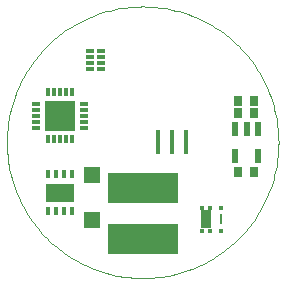
<source format=gbp>
G04 EAGLE Gerber RS-274X export*
G75*
%MOMM*%
%FSLAX35Y35*%
%LPD*%
%INsolder_paste_bottom*%
%IPPOS*%
%AMOC8*
5,1,8,0,0,1.08239X$1,22.5*%
G01*
%ADD10C,0.010000*%
%ADD11R,0.700000X0.900000*%
%ADD12R,1.400000X1.400000*%
%ADD13R,0.400000X2.000000*%
%ADD14R,2.500000X2.500000*%
%ADD15R,0.300000X0.750000*%
%ADD16R,0.750000X0.300000*%
%ADD17R,2.400000X1.500000*%
%ADD18R,0.350000X0.650000*%
%ADD19R,6.000000X2.500000*%
%ADD20R,0.600000X1.200000*%
%ADD21R,0.950000X1.500000*%
%ADD22R,0.300000X0.450000*%
%ADD23R,0.230000X0.870000*%
%ADD24R,0.650000X0.300000*%


D10*
X-1150000Y0D02*
X-1149654Y28222D01*
X-1148615Y56428D01*
X-1146884Y84599D01*
X-1144462Y112720D01*
X-1141351Y140772D01*
X-1137553Y168740D01*
X-1133069Y196606D01*
X-1127903Y224354D01*
X-1122057Y251966D01*
X-1115536Y279427D01*
X-1108342Y306720D01*
X-1100481Y333827D01*
X-1091957Y360734D01*
X-1082776Y387423D01*
X-1072942Y413879D01*
X-1062461Y440086D01*
X-1051341Y466028D01*
X-1039588Y491688D01*
X-1027208Y517053D01*
X-1014209Y542106D01*
X-1000600Y566833D01*
X-986388Y591218D01*
X-971582Y615247D01*
X-956190Y638906D01*
X-940223Y662179D01*
X-923689Y685054D01*
X-906598Y707516D01*
X-888962Y729552D01*
X-870790Y751149D01*
X-852094Y772293D01*
X-832884Y792972D01*
X-813173Y813173D01*
X-792972Y832884D01*
X-772293Y852094D01*
X-751149Y870790D01*
X-729552Y888962D01*
X-707516Y906598D01*
X-685054Y923689D01*
X-662179Y940223D01*
X-638906Y956190D01*
X-615247Y971582D01*
X-591218Y986388D01*
X-566833Y1000600D01*
X-542106Y1014209D01*
X-517053Y1027208D01*
X-491688Y1039588D01*
X-466028Y1051341D01*
X-440086Y1062461D01*
X-413879Y1072942D01*
X-387423Y1082776D01*
X-360734Y1091957D01*
X-333827Y1100481D01*
X-306720Y1108342D01*
X-279427Y1115536D01*
X-251966Y1122057D01*
X-224354Y1127903D01*
X-196606Y1133069D01*
X-168740Y1137553D01*
X-140772Y1141351D01*
X-112720Y1144462D01*
X-84599Y1146884D01*
X-56428Y1148615D01*
X-28222Y1149654D01*
X0Y1150000D01*
X28222Y1149654D01*
X56428Y1148615D01*
X84599Y1146884D01*
X112720Y1144462D01*
X140772Y1141351D01*
X168740Y1137553D01*
X196606Y1133069D01*
X224354Y1127903D01*
X251966Y1122057D01*
X279427Y1115536D01*
X306720Y1108342D01*
X333827Y1100481D01*
X360734Y1091957D01*
X387423Y1082776D01*
X413879Y1072942D01*
X440086Y1062461D01*
X466028Y1051341D01*
X491688Y1039588D01*
X517053Y1027208D01*
X542106Y1014209D01*
X566833Y1000600D01*
X591218Y986388D01*
X615247Y971582D01*
X638906Y956190D01*
X662179Y940223D01*
X685054Y923689D01*
X707516Y906598D01*
X729552Y888962D01*
X751149Y870790D01*
X772293Y852094D01*
X792972Y832884D01*
X813173Y813173D01*
X832884Y792972D01*
X852094Y772293D01*
X870790Y751149D01*
X888962Y729552D01*
X906598Y707516D01*
X923689Y685054D01*
X940223Y662179D01*
X956190Y638906D01*
X971582Y615247D01*
X986388Y591218D01*
X1000600Y566833D01*
X1014209Y542106D01*
X1027208Y517053D01*
X1039588Y491688D01*
X1051341Y466028D01*
X1062461Y440086D01*
X1072942Y413879D01*
X1082776Y387423D01*
X1091957Y360734D01*
X1100481Y333827D01*
X1108342Y306720D01*
X1115536Y279427D01*
X1122057Y251966D01*
X1127903Y224354D01*
X1133069Y196606D01*
X1137553Y168740D01*
X1141351Y140772D01*
X1144462Y112720D01*
X1146884Y84599D01*
X1148615Y56428D01*
X1149654Y28222D01*
X1150000Y0D01*
X1149654Y-28222D01*
X1148615Y-56428D01*
X1146884Y-84599D01*
X1144462Y-112720D01*
X1141351Y-140772D01*
X1137553Y-168740D01*
X1133069Y-196606D01*
X1127903Y-224354D01*
X1122057Y-251966D01*
X1115536Y-279427D01*
X1108342Y-306720D01*
X1100481Y-333827D01*
X1091957Y-360734D01*
X1082776Y-387423D01*
X1072942Y-413879D01*
X1062461Y-440086D01*
X1051341Y-466028D01*
X1039588Y-491688D01*
X1027208Y-517053D01*
X1014209Y-542106D01*
X1000600Y-566833D01*
X986388Y-591218D01*
X971582Y-615247D01*
X956190Y-638906D01*
X940223Y-662179D01*
X923689Y-685054D01*
X906598Y-707516D01*
X888962Y-729552D01*
X870790Y-751149D01*
X852094Y-772293D01*
X832884Y-792972D01*
X813173Y-813173D01*
X792972Y-832884D01*
X772293Y-852094D01*
X751149Y-870790D01*
X729552Y-888962D01*
X707516Y-906598D01*
X685054Y-923689D01*
X662179Y-940223D01*
X638906Y-956190D01*
X615247Y-971582D01*
X591218Y-986388D01*
X566833Y-1000600D01*
X542106Y-1014209D01*
X517053Y-1027208D01*
X491688Y-1039588D01*
X466028Y-1051341D01*
X440086Y-1062461D01*
X413879Y-1072942D01*
X387423Y-1082776D01*
X360734Y-1091957D01*
X333827Y-1100481D01*
X306720Y-1108342D01*
X279427Y-1115536D01*
X251966Y-1122057D01*
X224354Y-1127903D01*
X196606Y-1133069D01*
X168740Y-1137553D01*
X140772Y-1141351D01*
X112720Y-1144462D01*
X84599Y-1146884D01*
X56428Y-1148615D01*
X28222Y-1149654D01*
X0Y-1150000D01*
X-28222Y-1149654D01*
X-56428Y-1148615D01*
X-84599Y-1146884D01*
X-112720Y-1144462D01*
X-140772Y-1141351D01*
X-168740Y-1137553D01*
X-196606Y-1133069D01*
X-224354Y-1127903D01*
X-251966Y-1122057D01*
X-279427Y-1115536D01*
X-306720Y-1108342D01*
X-333827Y-1100481D01*
X-360734Y-1091957D01*
X-387423Y-1082776D01*
X-413879Y-1072942D01*
X-440086Y-1062461D01*
X-466028Y-1051341D01*
X-491688Y-1039588D01*
X-517053Y-1027208D01*
X-542106Y-1014209D01*
X-566833Y-1000600D01*
X-591218Y-986388D01*
X-615247Y-971582D01*
X-638906Y-956190D01*
X-662179Y-940223D01*
X-685054Y-923689D01*
X-707516Y-906598D01*
X-729552Y-888962D01*
X-751149Y-870790D01*
X-772293Y-852094D01*
X-792972Y-832884D01*
X-813173Y-813173D01*
X-832884Y-792972D01*
X-852094Y-772293D01*
X-870790Y-751149D01*
X-888962Y-729552D01*
X-906598Y-707516D01*
X-923689Y-685054D01*
X-940223Y-662179D01*
X-956190Y-638906D01*
X-971582Y-615247D01*
X-986388Y-591218D01*
X-1000600Y-566833D01*
X-1014209Y-542106D01*
X-1027208Y-517053D01*
X-1039588Y-491688D01*
X-1051341Y-466028D01*
X-1062461Y-440086D01*
X-1072942Y-413879D01*
X-1082776Y-387423D01*
X-1091957Y-360734D01*
X-1100481Y-333827D01*
X-1108342Y-306720D01*
X-1115536Y-279427D01*
X-1122057Y-251966D01*
X-1127903Y-224354D01*
X-1133069Y-196606D01*
X-1137553Y-168740D01*
X-1141351Y-140772D01*
X-1144462Y-112720D01*
X-1146884Y-84599D01*
X-1148615Y-56428D01*
X-1149654Y-28222D01*
X-1150000Y0D01*
D11*
X810000Y350000D03*
X940000Y350000D03*
D12*
X-430000Y-275000D03*
X-430000Y-655000D03*
D13*
X370000Y5000D03*
X250000Y5000D03*
X130000Y5000D03*
D14*
X-700000Y225000D03*
D15*
X-800000Y25000D03*
X-750000Y25000D03*
X-700000Y25000D03*
X-650000Y25000D03*
X-600000Y25000D03*
X-600000Y425000D03*
X-650000Y425000D03*
X-700000Y425000D03*
X-750000Y425000D03*
X-800000Y425000D03*
D16*
X-500000Y325000D03*
X-500000Y275000D03*
X-500000Y225000D03*
X-500000Y175000D03*
X-500000Y125000D03*
X-900000Y125000D03*
X-900000Y175000D03*
X-900000Y225000D03*
X-900000Y275000D03*
X-900000Y325000D03*
D17*
X-700000Y-425000D03*
D18*
X-797500Y-270000D03*
X-732500Y-270000D03*
X-667500Y-270000D03*
X-602500Y-270000D03*
X-797500Y-580000D03*
X-732500Y-580000D03*
X-667500Y-580000D03*
X-602500Y-580000D03*
D19*
X0Y-817500D03*
X0Y-387500D03*
D11*
X810000Y250000D03*
X940000Y250000D03*
X940000Y-250000D03*
X810000Y-250000D03*
D20*
X880000Y115000D03*
X785000Y115000D03*
X975000Y115000D03*
X975000Y-115000D03*
X785000Y-115000D03*
D21*
X535000Y-650000D03*
D22*
X502500Y-747500D03*
X567500Y-747500D03*
X502500Y-552500D03*
X567500Y-552500D03*
X663000Y-747500D03*
X663000Y-552500D03*
D23*
X666500Y-650000D03*
D24*
X-450000Y620000D03*
X-450000Y670000D03*
X-450000Y720000D03*
X-450000Y770000D03*
X-350000Y770000D03*
X-350000Y720000D03*
X-350000Y670000D03*
X-350000Y620000D03*
M02*

</source>
